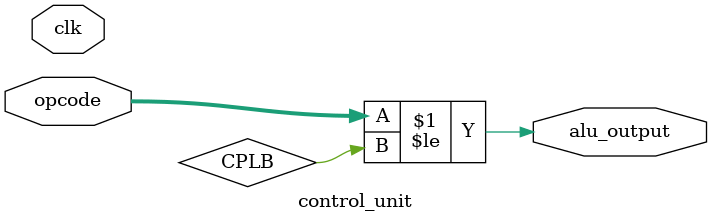
<source format=v>
module control_unit (
    input wire clk,
    input wire [4:0] opcode,  // from instruction register
    output wire alu_output
);
  `include "parameters.v"

  assign alu_output = opcode <= CPLB;

  
endmodule


</source>
